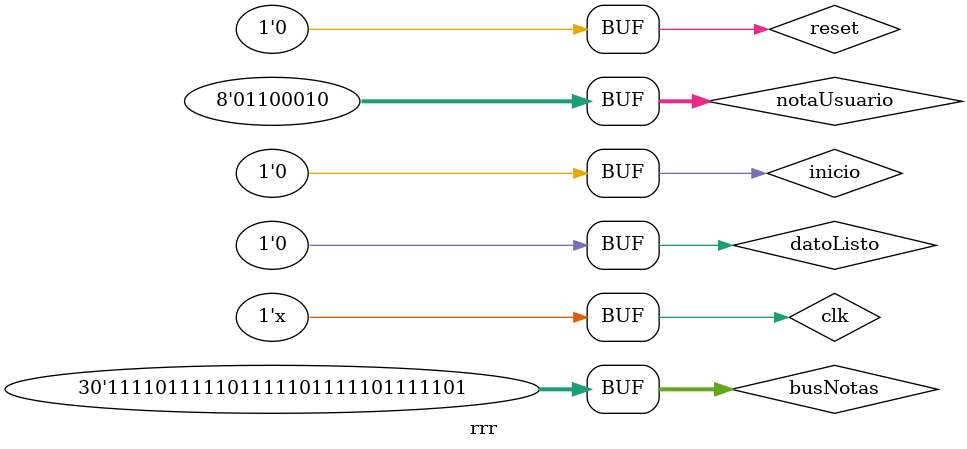
<source format=v>
`timescale 1ns / 1ps


module rrr;

	// Inputs
	reg clk;
	reg reset;
	reg inicio;
	reg [29:0] busNotas;
	reg [7:0] notaUsuario;
	reg datoListo;

	// Outputs
	wire [2:0] notaSalida;
	wire juegoListo;
	wire cargarSecuencia;
	wire finJuego;
	wire contarNotas;
	wire [2:0] state;
	wire [2:0] next;

	// Instantiate the Unit Under Test (UUT)
	FSM_Modo_Reto uut (
		.clk(clk), 
		.reset(reset), 
		.inicio(inicio), 
		.busNotas(busNotas), 
		.notaUsuario(notaUsuario), 
		.datoListo(datoListo), 
		.notaSalida(notaSalida), 
		.juegoListo(juegoListo), 
		.cargarSecuencia(cargarSecuencia), 
		.finJuego(finJuego), 
		.contarNotas(contarNotas), 
		.state(state), 
		.next(next)
	);

	initial begin
		// Initialize Inputs
		clk = 0;
		reset = 0;
		inicio = 0;
		busNotas = 0;
		notaUsuario = 0;
		datoListo = 0;
		
		// Wait 100 ns for global reset to finish
		#100;
		
		reset = 0;
		inicio = 1;
		busNotas = 0;
		notaUsuario = 0;
		datoListo = 0;
		
		#100;
		
		reset = 0;
		inicio = 0;
		busNotas = 30'b111101111101111101111101111101;
		notaUsuario = 0;
		datoListo = 1;
		
		#100;
		
		reset = 0;
		inicio = 0;
		busNotas = 30'b111101111101111101111101111101;
		notaUsuario = 8'b01100011;
		datoListo = 0;
		
		#100;
		
		reset = 0;
		inicio = 0;
		busNotas = 30'b111101111101111101111101111101;
		notaUsuario = 8'b01100001;
		datoListo = 0;
		
		#100;
		
		reset = 0;
		inicio = 0;
		busNotas = 30'b111101111101111101111101111101;
		notaUsuario = 8'b01100010;
		datoListo = 0;

		// Wait 100 ns for global reset to finish
        
		// Add stimulus here

	end
	
always begin #20 clk = ~clk; end
        
      
endmodule


</source>
